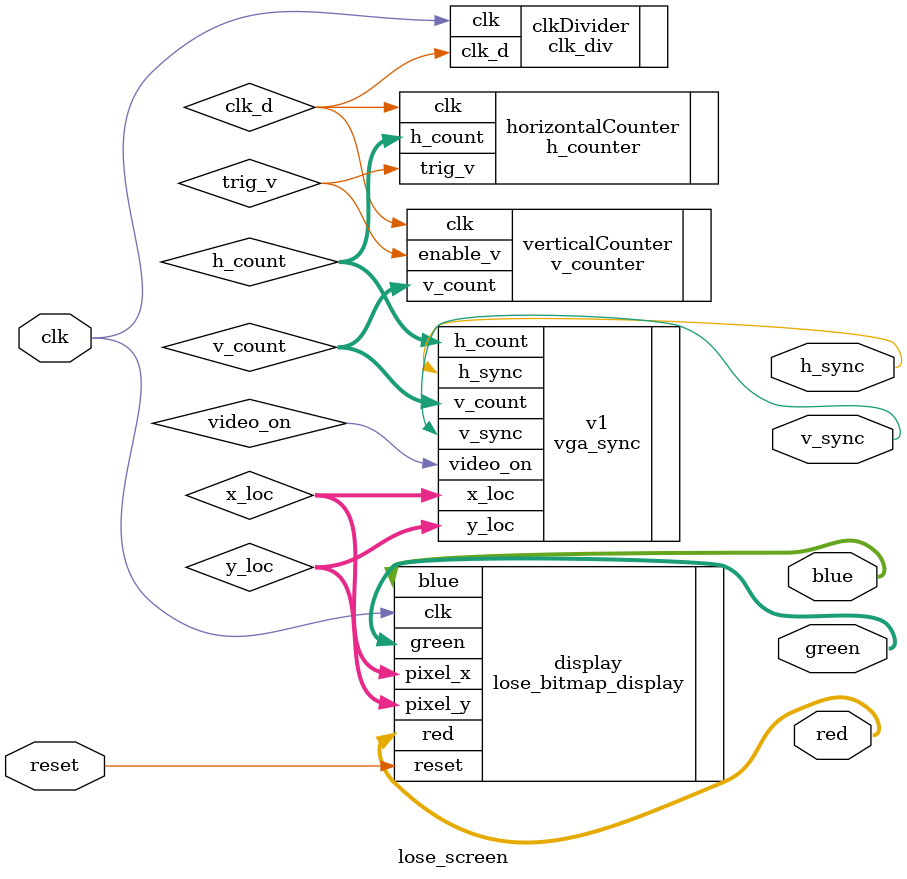
<source format=v>
`timescale 1ns / 1ps
module lose_screen(
    input clk,                    // System clock
    input reset,                  // Reset input
    output h_sync,                // Horizontal sync for VGA
    output v_sync,                // Vertical sync for VGA
    output [3:0] red,         // Red color output
    output [3:0] green,       // Green color output
    output [3:0] blue         // Blue color output
);

// Internal wires
wire clk_d;                     
wire [9:0] h_count;             
wire [9:0] v_count;             
wire video_on;                  
wire trig_v;                    
wire [9:0] x_loc;              
wire [9:0] y_loc;              

// Clock divider
clk_div clkDivider (
    .clk(clk),
    .clk_d(clk_d)
);

// Horizontal sync generator
h_counter horizontalCounter (
    .clk(clk_d),
    .h_count(h_count),
    .trig_v(trig_v)
);

// Vertical sync generator
v_counter verticalCounter (
    .clk(clk_d),
    .enable_v(trig_v),
    .v_count(v_count)
);

// VGA sync generator
vga_sync v1 (
    .h_count(h_count),
    .v_count(v_count),
    .h_sync(h_sync),
    .v_sync(v_sync),
    .video_on(video_on),
    .x_loc(x_loc),
    .y_loc(y_loc)
);

// VGA pixel output
lose_bitmap_display display (
    .clk(clk),
    .reset(reset),
    .pixel_x(x_loc),
    .pixel_y(y_loc),
    .red(red),
    .green(green),
    .blue(blue)
);

endmodule

</source>
